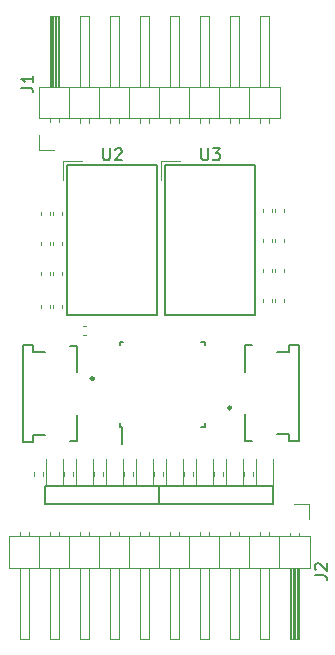
<source format=gbr>
%TF.GenerationSoftware,KiCad,Pcbnew,(6.0.9)*%
%TF.CreationDate,2022-12-14T19:44:01+01:00*%
%TF.ProjectId,8view,38766965-772e-46b6-9963-61645f706362,rev?*%
%TF.SameCoordinates,Original*%
%TF.FileFunction,Legend,Top*%
%TF.FilePolarity,Positive*%
%FSLAX46Y46*%
G04 Gerber Fmt 4.6, Leading zero omitted, Abs format (unit mm)*
G04 Created by KiCad (PCBNEW (6.0.9)) date 2022-12-14 19:44:01*
%MOMM*%
%LPD*%
G01*
G04 APERTURE LIST*
%ADD10C,0.150000*%
%ADD11C,0.120000*%
%ADD12C,0.249999*%
G04 APERTURE END LIST*
D10*
X156945000Y-148043000D02*
X137668000Y-148043000D01*
X137668000Y-148043000D02*
X137668000Y-149606000D01*
X137668000Y-149606000D02*
X156945000Y-149606000D01*
X156945000Y-149606000D02*
X156945000Y-148043000D01*
X147306500Y-148043000D02*
X147306500Y-148043000D01*
X147306500Y-148043000D02*
X147306500Y-149606000D01*
X147306500Y-149606000D02*
X147306500Y-149606000D01*
X147306500Y-149606000D02*
X147306500Y-148043000D01*
%TO.C,J2*%
X160472380Y-155594333D02*
X161186666Y-155594333D01*
X161329523Y-155641952D01*
X161424761Y-155737190D01*
X161472380Y-155880047D01*
X161472380Y-155975285D01*
X160567619Y-155165761D02*
X160520000Y-155118142D01*
X160472380Y-155022904D01*
X160472380Y-154784809D01*
X160520000Y-154689571D01*
X160567619Y-154641952D01*
X160662857Y-154594333D01*
X160758095Y-154594333D01*
X160900952Y-154641952D01*
X161472380Y-155213380D01*
X161472380Y-154594333D01*
%TO.C,J1*%
X135612380Y-114312333D02*
X136326666Y-114312333D01*
X136469523Y-114359952D01*
X136564761Y-114455190D01*
X136612380Y-114598047D01*
X136612380Y-114693285D01*
X136612380Y-113312333D02*
X136612380Y-113883761D01*
X136612380Y-113598047D02*
X135612380Y-113598047D01*
X135755238Y-113693285D01*
X135850476Y-113788523D01*
X135898095Y-113883761D01*
%TO.C,U2*%
X142566595Y-119467380D02*
X142566595Y-120276904D01*
X142614214Y-120372142D01*
X142661833Y-120419761D01*
X142757071Y-120467380D01*
X142947547Y-120467380D01*
X143042785Y-120419761D01*
X143090404Y-120372142D01*
X143138023Y-120276904D01*
X143138023Y-119467380D01*
X143566595Y-119562619D02*
X143614214Y-119515000D01*
X143709452Y-119467380D01*
X143947547Y-119467380D01*
X144042785Y-119515000D01*
X144090404Y-119562619D01*
X144138023Y-119657857D01*
X144138023Y-119753095D01*
X144090404Y-119895952D01*
X143518976Y-120467380D01*
X144138023Y-120467380D01*
%TO.C,U3*%
X150876095Y-119467380D02*
X150876095Y-120276904D01*
X150923714Y-120372142D01*
X150971333Y-120419761D01*
X151066571Y-120467380D01*
X151257047Y-120467380D01*
X151352285Y-120419761D01*
X151399904Y-120372142D01*
X151447523Y-120276904D01*
X151447523Y-119467380D01*
X151828476Y-119467380D02*
X152447523Y-119467380D01*
X152114190Y-119848333D01*
X152257047Y-119848333D01*
X152352285Y-119895952D01*
X152399904Y-119943571D01*
X152447523Y-120038809D01*
X152447523Y-120276904D01*
X152399904Y-120372142D01*
X152352285Y-120419761D01*
X152257047Y-120467380D01*
X151971333Y-120467380D01*
X151876095Y-120419761D01*
X151828476Y-120372142D01*
D11*
%TO.C,J2*%
X140590000Y-151918929D02*
X140590000Y-152316000D01*
X135510000Y-160976000D02*
X135510000Y-154976000D01*
X151510000Y-160976000D02*
X150750000Y-160976000D01*
X146430000Y-151918929D02*
X146430000Y-152316000D01*
X148210000Y-160976000D02*
X148210000Y-154976000D01*
X143890000Y-160976000D02*
X143130000Y-160976000D01*
X159130000Y-151986000D02*
X159130000Y-152316000D01*
X155830000Y-160976000D02*
X155830000Y-154976000D01*
X144780000Y-152316000D02*
X144780000Y-154976000D01*
X153290000Y-160976000D02*
X153290000Y-154976000D01*
X152400000Y-152316000D02*
X152400000Y-154976000D01*
X134560000Y-154976000D02*
X160080000Y-154976000D01*
X155830000Y-151918929D02*
X155830000Y-152316000D01*
X158370000Y-151986000D02*
X158370000Y-152316000D01*
X148970000Y-154976000D02*
X148970000Y-160976000D01*
X160080000Y-152316000D02*
X134560000Y-152316000D01*
X159130000Y-160976000D02*
X158370000Y-160976000D01*
X159070000Y-154976000D02*
X159070000Y-160976000D01*
X151510000Y-151918929D02*
X151510000Y-152316000D01*
X159130000Y-154976000D02*
X159130000Y-160976000D01*
X136270000Y-154976000D02*
X136270000Y-160976000D01*
X148970000Y-151918929D02*
X148970000Y-152316000D01*
X158710000Y-154976000D02*
X158710000Y-160976000D01*
X156590000Y-151918929D02*
X156590000Y-152316000D01*
X150750000Y-151918929D02*
X150750000Y-152316000D01*
X138050000Y-151918929D02*
X138050000Y-152316000D01*
X158370000Y-160976000D02*
X158370000Y-154976000D01*
X146430000Y-160976000D02*
X145670000Y-160976000D01*
X141350000Y-151918929D02*
X141350000Y-152316000D01*
X145670000Y-151918929D02*
X145670000Y-152316000D01*
X145670000Y-160976000D02*
X145670000Y-154976000D01*
X151510000Y-154976000D02*
X151510000Y-160976000D01*
X142240000Y-152316000D02*
X142240000Y-154976000D01*
X143130000Y-160976000D02*
X143130000Y-154976000D01*
X143890000Y-151918929D02*
X143890000Y-152316000D01*
X158590000Y-154976000D02*
X158590000Y-160976000D01*
X135510000Y-151918929D02*
X135510000Y-152316000D01*
X147320000Y-152316000D02*
X147320000Y-154976000D01*
X138050000Y-160976000D02*
X138050000Y-154976000D01*
X138810000Y-160976000D02*
X138050000Y-160976000D01*
X136270000Y-151918929D02*
X136270000Y-152316000D01*
X148970000Y-160976000D02*
X148210000Y-160976000D01*
X143890000Y-154976000D02*
X143890000Y-160976000D01*
X154050000Y-160976000D02*
X153290000Y-160976000D01*
X160020000Y-149606000D02*
X160020000Y-150876000D01*
X148210000Y-151918929D02*
X148210000Y-152316000D01*
X154050000Y-151918929D02*
X154050000Y-152316000D01*
X140590000Y-160976000D02*
X140590000Y-154976000D01*
X146430000Y-154976000D02*
X146430000Y-160976000D01*
X143130000Y-151918929D02*
X143130000Y-152316000D01*
X138810000Y-151918929D02*
X138810000Y-152316000D01*
X134560000Y-152316000D02*
X134560000Y-154976000D01*
X150750000Y-160976000D02*
X150750000Y-154976000D01*
X157480000Y-152316000D02*
X157480000Y-154976000D01*
X138810000Y-154976000D02*
X138810000Y-160976000D01*
X141350000Y-160976000D02*
X140590000Y-160976000D01*
X160080000Y-154976000D02*
X160080000Y-152316000D01*
X156590000Y-160976000D02*
X155830000Y-160976000D01*
X139700000Y-152316000D02*
X139700000Y-154976000D01*
X141350000Y-154976000D02*
X141350000Y-160976000D01*
X158750000Y-149606000D02*
X160020000Y-149606000D01*
X149860000Y-152316000D02*
X149860000Y-154976000D01*
X153290000Y-151918929D02*
X153290000Y-152316000D01*
X154940000Y-152316000D02*
X154940000Y-154976000D01*
X137160000Y-152316000D02*
X137160000Y-154976000D01*
X154050000Y-154976000D02*
X154050000Y-160976000D01*
X158950000Y-154976000D02*
X158950000Y-160976000D01*
X158470000Y-154976000D02*
X158470000Y-160976000D01*
X156590000Y-154976000D02*
X156590000Y-160976000D01*
X158830000Y-154976000D02*
X158830000Y-160976000D01*
X136270000Y-160976000D02*
X135510000Y-160976000D01*
%TO.C,R11*%
X137288000Y-127661641D02*
X137288000Y-127354359D01*
X138048000Y-127661641D02*
X138048000Y-127354359D01*
%TO.C,R12*%
X138048000Y-130201641D02*
X138048000Y-129894359D01*
X137288000Y-130201641D02*
X137288000Y-129894359D01*
%TO.C,J1*%
X138050000Y-117254000D02*
X138050000Y-116924000D01*
X153290000Y-114264000D02*
X153290000Y-108264000D01*
X153290000Y-117321071D02*
X153290000Y-116924000D01*
X157540000Y-116924000D02*
X157540000Y-114264000D01*
X138430000Y-119634000D02*
X137160000Y-119634000D01*
X141350000Y-108264000D02*
X141350000Y-114264000D01*
X145670000Y-108264000D02*
X146430000Y-108264000D01*
X155830000Y-117321071D02*
X155830000Y-116924000D01*
X146430000Y-108264000D02*
X146430000Y-114264000D01*
X138470000Y-114264000D02*
X138470000Y-108264000D01*
X138350000Y-114264000D02*
X138350000Y-108264000D01*
X138050000Y-108264000D02*
X138810000Y-108264000D01*
X152400000Y-116924000D02*
X152400000Y-114264000D01*
X143890000Y-117321071D02*
X143890000Y-116924000D01*
X148210000Y-114264000D02*
X148210000Y-108264000D01*
X154940000Y-116924000D02*
X154940000Y-114264000D01*
X139700000Y-116924000D02*
X139700000Y-114264000D01*
X138110000Y-114264000D02*
X138110000Y-108264000D01*
X138590000Y-114264000D02*
X138590000Y-108264000D01*
X151510000Y-108264000D02*
X151510000Y-114264000D01*
X137100000Y-114264000D02*
X137100000Y-116924000D01*
X157540000Y-114264000D02*
X137100000Y-114264000D01*
X146430000Y-117321071D02*
X146430000Y-116924000D01*
X155830000Y-114264000D02*
X155830000Y-108264000D01*
X142240000Y-116924000D02*
X142240000Y-114264000D01*
X150750000Y-114264000D02*
X150750000Y-108264000D01*
X145670000Y-114264000D02*
X145670000Y-108264000D01*
X149860000Y-116924000D02*
X149860000Y-114264000D01*
X151510000Y-117321071D02*
X151510000Y-116924000D01*
X141350000Y-117321071D02*
X141350000Y-116924000D01*
X140590000Y-117321071D02*
X140590000Y-116924000D01*
X138810000Y-108264000D02*
X138810000Y-114264000D01*
X144780000Y-116924000D02*
X144780000Y-114264000D01*
X138230000Y-114264000D02*
X138230000Y-108264000D01*
X137100000Y-116924000D02*
X157540000Y-116924000D01*
X138710000Y-114264000D02*
X138710000Y-108264000D01*
X148210000Y-108264000D02*
X148970000Y-108264000D01*
X148970000Y-108264000D02*
X148970000Y-114264000D01*
X138810000Y-117254000D02*
X138810000Y-116924000D01*
X150750000Y-108264000D02*
X151510000Y-108264000D01*
X154050000Y-108264000D02*
X154050000Y-114264000D01*
X150750000Y-117321071D02*
X150750000Y-116924000D01*
X143130000Y-108264000D02*
X143890000Y-108264000D01*
X155830000Y-108264000D02*
X156590000Y-108264000D01*
X153290000Y-108264000D02*
X154050000Y-108264000D01*
X145670000Y-117321071D02*
X145670000Y-116924000D01*
X156590000Y-117321071D02*
X156590000Y-116924000D01*
X140590000Y-108264000D02*
X141350000Y-108264000D01*
X154050000Y-117321071D02*
X154050000Y-116924000D01*
X148970000Y-117321071D02*
X148970000Y-116924000D01*
X138050000Y-114264000D02*
X138050000Y-108264000D01*
X147320000Y-116924000D02*
X147320000Y-114264000D01*
X148210000Y-117321071D02*
X148210000Y-116924000D01*
X143130000Y-117321071D02*
X143130000Y-116924000D01*
X143130000Y-114264000D02*
X143130000Y-108264000D01*
X137160000Y-119634000D02*
X137160000Y-118364000D01*
X156590000Y-108264000D02*
X156590000Y-114264000D01*
X140590000Y-114264000D02*
X140590000Y-108264000D01*
X143890000Y-108264000D02*
X143890000Y-114264000D01*
%TO.C,D4*%
X146785000Y-148043000D02*
X146785000Y-145758000D01*
X145315000Y-145758000D02*
X145315000Y-148043000D01*
X145315000Y-148043000D02*
X146785000Y-148043000D01*
%TO.C,R6*%
X149420000Y-147193641D02*
X149420000Y-146886359D01*
X150180000Y-147193641D02*
X150180000Y-146886359D01*
D10*
%TO.C,U2*%
X139518500Y-120904000D02*
X139518500Y-133604000D01*
D11*
X139158500Y-120544000D02*
X140788500Y-120544000D01*
D10*
X147138500Y-133604000D02*
X147138500Y-120904000D01*
X147138500Y-120904000D02*
X139518500Y-120904000D01*
X139518500Y-133604000D02*
X147138500Y-133604000D01*
D11*
X139158500Y-122174000D02*
X139158500Y-120544000D01*
D10*
%TO.C,U1*%
X151199000Y-135821000D02*
X150874000Y-135821000D01*
X143949000Y-143071000D02*
X144174000Y-143071000D01*
X143949000Y-135821000D02*
X143949000Y-136146000D01*
X151199000Y-135821000D02*
X151199000Y-136146000D01*
X144174000Y-143071000D02*
X144174000Y-144496000D01*
X151199000Y-143071000D02*
X151199000Y-142746000D01*
X151199000Y-143071000D02*
X150874000Y-143071000D01*
X143949000Y-135821000D02*
X144274000Y-135821000D01*
X143949000Y-143071000D02*
X143949000Y-142746000D01*
D11*
%TO.C,R24*%
X157100000Y-129947641D02*
X157100000Y-129640359D01*
X157860000Y-129947641D02*
X157860000Y-129640359D01*
%TO.C,R22*%
X157860000Y-132487641D02*
X157860000Y-132180359D01*
X157100000Y-132487641D02*
X157100000Y-132180359D01*
%TO.C,R20*%
X156844000Y-127407641D02*
X156844000Y-127100359D01*
X156084000Y-127407641D02*
X156084000Y-127100359D01*
%TO.C,R23*%
X157100000Y-127407641D02*
X157100000Y-127100359D01*
X157860000Y-127407641D02*
X157860000Y-127100359D01*
%TO.C,R7*%
X152720000Y-147191641D02*
X152720000Y-146884359D01*
X151960000Y-147191641D02*
X151960000Y-146884359D01*
%TO.C,R8*%
X155260000Y-147193641D02*
X155260000Y-146886359D01*
X154500000Y-147193641D02*
X154500000Y-146886359D01*
D12*
%TO.C,J4*%
X141759000Y-138957997D02*
G75*
G03*
X141759000Y-138957997I-125001J0D01*
G01*
D10*
X140333999Y-136158000D02*
X140333999Y-138407999D01*
X135783983Y-136108006D02*
X136583999Y-136108006D01*
X139733998Y-136158000D02*
X140333999Y-136158000D01*
X135783998Y-136107998D02*
X135783998Y-144307999D01*
X136583999Y-136107998D02*
X136583999Y-136707999D01*
X136584022Y-143708001D02*
X136584022Y-144307999D01*
X135783983Y-144307999D02*
X136583999Y-144307999D01*
X136583999Y-136707999D02*
X137633997Y-136707999D01*
X140333999Y-142007999D02*
X140333999Y-144258000D01*
X139733998Y-144258000D02*
X140333999Y-144258000D01*
X136584022Y-143708001D02*
X137633997Y-143708001D01*
D11*
%TO.C,R25*%
X156084000Y-129947641D02*
X156084000Y-129640359D01*
X156844000Y-129947641D02*
X156844000Y-129640359D01*
%TO.C,R10*%
X138048000Y-125121641D02*
X138048000Y-124814359D01*
X137288000Y-125121641D02*
X137288000Y-124814359D01*
%TO.C,D1*%
X137695000Y-148043000D02*
X139165000Y-148043000D01*
X137695000Y-145758000D02*
X137695000Y-148043000D01*
X139165000Y-148043000D02*
X139165000Y-145758000D01*
%TO.C,R1*%
X136720000Y-147193641D02*
X136720000Y-146886359D01*
X137480000Y-147193641D02*
X137480000Y-146886359D01*
%TO.C,R18*%
X157860000Y-124867641D02*
X157860000Y-124560359D01*
X157100000Y-124867641D02*
X157100000Y-124560359D01*
D10*
%TO.C,J3*%
X155160002Y-136126999D02*
X154560001Y-136126999D01*
X159110017Y-136077000D02*
X158310001Y-136077000D01*
X154560001Y-138377000D02*
X154560001Y-136126999D01*
X158309978Y-136676998D02*
X158309978Y-136077000D01*
X158310001Y-143677000D02*
X157260003Y-143677000D01*
X159110017Y-144276993D02*
X158310001Y-144276993D01*
X159110002Y-144277001D02*
X159110002Y-136077000D01*
X155160002Y-144226999D02*
X154560001Y-144226999D01*
X158309978Y-136676998D02*
X157260003Y-136676998D01*
X154560001Y-144226999D02*
X154560001Y-141977000D01*
X158310001Y-144277001D02*
X158310001Y-143677000D01*
D12*
X153385002Y-141427002D02*
G75*
G03*
X153385002Y-141427002I-125001J0D01*
G01*
D11*
%TO.C,R2*%
X140020000Y-147191641D02*
X140020000Y-146884359D01*
X139260000Y-147191641D02*
X139260000Y-146884359D01*
%TO.C,R19*%
X156084000Y-124867641D02*
X156084000Y-124560359D01*
X156844000Y-124867641D02*
X156844000Y-124560359D01*
%TO.C,D5*%
X147855000Y-145758000D02*
X147855000Y-148043000D01*
X149325000Y-148043000D02*
X149325000Y-145758000D01*
X147855000Y-148043000D02*
X149325000Y-148043000D01*
%TO.C,R4*%
X145100000Y-147193641D02*
X145100000Y-146886359D01*
X144340000Y-147193641D02*
X144340000Y-146886359D01*
D10*
%TO.C,U3*%
X147828000Y-120904000D02*
X147828000Y-133604000D01*
X155448000Y-120904000D02*
X147828000Y-120904000D01*
X155448000Y-133604000D02*
X155448000Y-120904000D01*
X147828000Y-133604000D02*
X155448000Y-133604000D01*
D11*
X147468000Y-122174000D02*
X147468000Y-120544000D01*
X147468000Y-120544000D02*
X149098000Y-120544000D01*
%TO.C,R16*%
X138304000Y-127661641D02*
X138304000Y-127354359D01*
X139064000Y-127661641D02*
X139064000Y-127354359D01*
%TO.C,R13*%
X138304000Y-132995641D02*
X138304000Y-132688359D01*
X139064000Y-132995641D02*
X139064000Y-132688359D01*
%TO.C,R15*%
X138304000Y-125121641D02*
X138304000Y-124814359D01*
X139064000Y-125121641D02*
X139064000Y-124814359D01*
%TO.C,R5*%
X147640000Y-147193641D02*
X147640000Y-146886359D01*
X146880000Y-147193641D02*
X146880000Y-146886359D01*
%TO.C,D6*%
X151865000Y-148043000D02*
X151865000Y-145758000D01*
X150395000Y-145758000D02*
X150395000Y-148043000D01*
X150395000Y-148043000D02*
X151865000Y-148043000D01*
%TO.C,R3*%
X141800000Y-147193641D02*
X141800000Y-146886359D01*
X142560000Y-147193641D02*
X142560000Y-146886359D01*
%TO.C,R21*%
X156084000Y-132487641D02*
X156084000Y-132180359D01*
X156844000Y-132487641D02*
X156844000Y-132180359D01*
%TO.C,D8*%
X155475000Y-148043000D02*
X156945000Y-148043000D01*
X155475000Y-145758000D02*
X155475000Y-148043000D01*
X156945000Y-148043000D02*
X156945000Y-145758000D01*
%TO.C,D2*%
X140235000Y-148043000D02*
X141705000Y-148043000D01*
X140235000Y-145758000D02*
X140235000Y-148043000D01*
X141705000Y-148043000D02*
X141705000Y-145758000D01*
%TO.C,R17*%
X138048000Y-132995641D02*
X138048000Y-132688359D01*
X137288000Y-132995641D02*
X137288000Y-132688359D01*
%TO.C,D3*%
X142775000Y-145758000D02*
X142775000Y-148043000D01*
X142775000Y-148043000D02*
X144245000Y-148043000D01*
X144245000Y-148043000D02*
X144245000Y-145758000D01*
%TO.C,R9*%
X141121641Y-134494000D02*
X140814359Y-134494000D01*
X141121641Y-135254000D02*
X140814359Y-135254000D01*
%TO.C,D7*%
X152935000Y-145758000D02*
X152935000Y-148043000D01*
X152935000Y-148043000D02*
X154405000Y-148043000D01*
X154405000Y-148043000D02*
X154405000Y-145758000D01*
%TO.C,R14*%
X138304000Y-130201641D02*
X138304000Y-129894359D01*
X139064000Y-130201641D02*
X139064000Y-129894359D01*
%TD*%
M02*

</source>
